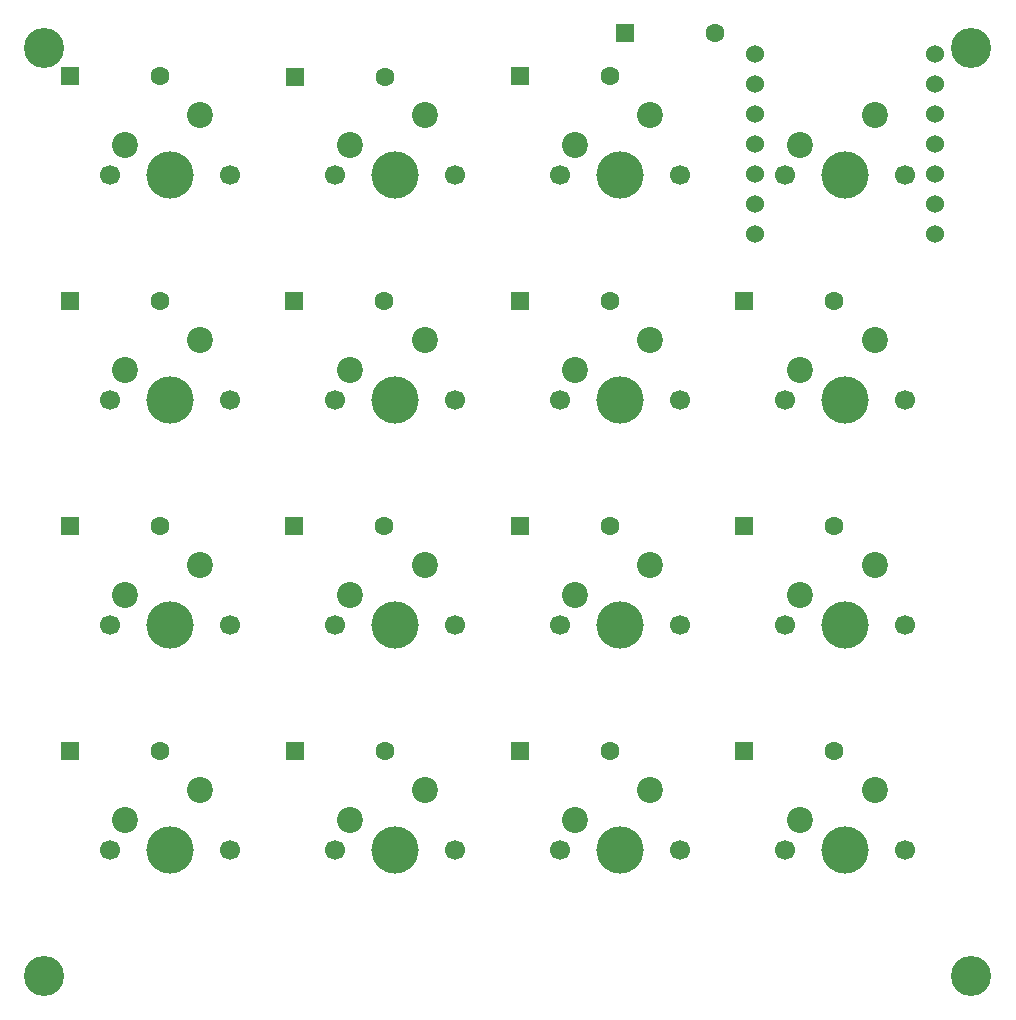
<source format=gbr>
%TF.GenerationSoftware,KiCad,Pcbnew,9.0.2*%
%TF.CreationDate,2025-06-30T11:30:22+02:00*%
%TF.ProjectId,HackPad,4861636b-5061-4642-9e6b-696361645f70,rev?*%
%TF.SameCoordinates,Original*%
%TF.FileFunction,Soldermask,Top*%
%TF.FilePolarity,Negative*%
%FSLAX46Y46*%
G04 Gerber Fmt 4.6, Leading zero omitted, Abs format (unit mm)*
G04 Created by KiCad (PCBNEW 9.0.2) date 2025-06-30 11:30:22*
%MOMM*%
%LPD*%
G01*
G04 APERTURE LIST*
G04 Aperture macros list*
%AMRoundRect*
0 Rectangle with rounded corners*
0 $1 Rounding radius*
0 $2 $3 $4 $5 $6 $7 $8 $9 X,Y pos of 4 corners*
0 Add a 4 corners polygon primitive as box body*
4,1,4,$2,$3,$4,$5,$6,$7,$8,$9,$2,$3,0*
0 Add four circle primitives for the rounded corners*
1,1,$1+$1,$2,$3*
1,1,$1+$1,$4,$5*
1,1,$1+$1,$6,$7*
1,1,$1+$1,$8,$9*
0 Add four rect primitives between the rounded corners*
20,1,$1+$1,$2,$3,$4,$5,0*
20,1,$1+$1,$4,$5,$6,$7,0*
20,1,$1+$1,$6,$7,$8,$9,0*
20,1,$1+$1,$8,$9,$2,$3,0*%
G04 Aperture macros list end*
%ADD10C,1.700000*%
%ADD11C,4.000000*%
%ADD12C,2.200000*%
%ADD13C,3.400000*%
%ADD14RoundRect,0.250000X-0.550000X-0.550000X0.550000X-0.550000X0.550000X0.550000X-0.550000X0.550000X0*%
%ADD15C,1.600000*%
%ADD16C,1.524000*%
G04 APERTURE END LIST*
D10*
%TO.C,SW6*%
X52070000Y-50006200D03*
D11*
X57150000Y-50006200D03*
D10*
X62230000Y-50006200D03*
D12*
X59690000Y-44926200D03*
X53340000Y-47466200D03*
%TD*%
D10*
%TO.C,SW13*%
X33020000Y-88106200D03*
D11*
X38100000Y-88106200D03*
D10*
X43180000Y-88106200D03*
D12*
X40640000Y-83026200D03*
X34290000Y-85566200D03*
%TD*%
D10*
%TO.C,SW8*%
X90170000Y-50006200D03*
D11*
X95250000Y-50006200D03*
D10*
X100330000Y-50006200D03*
D12*
X97790000Y-44926200D03*
X91440000Y-47466200D03*
%TD*%
D13*
%TO.C,H1*%
X105925000Y-98781200D03*
%TD*%
D10*
%TO.C,SW9*%
X33020000Y-69056200D03*
D11*
X38100000Y-69056200D03*
D10*
X43180000Y-69056200D03*
D12*
X40640000Y-63976200D03*
X34290000Y-66516200D03*
%TD*%
D10*
%TO.C,SW12*%
X90170000Y-69056200D03*
D11*
X95250000Y-69056200D03*
D10*
X100330000Y-69056200D03*
D12*
X97790000Y-63976200D03*
X91440000Y-66516200D03*
%TD*%
D10*
%TO.C,SW1*%
X33020000Y-30956200D03*
D11*
X38100000Y-30956200D03*
D10*
X43180000Y-30956200D03*
D12*
X40640000Y-25876200D03*
X34290000Y-28416200D03*
%TD*%
D10*
%TO.C,SW4*%
X90170000Y-30956200D03*
D11*
X95250000Y-30956200D03*
D10*
X100330000Y-30956200D03*
D12*
X97790000Y-25876200D03*
X91440000Y-28416200D03*
%TD*%
D10*
%TO.C,SW3*%
X71120000Y-30956200D03*
D11*
X76200000Y-30956200D03*
D10*
X81280000Y-30956200D03*
D12*
X78740000Y-25876200D03*
X72390000Y-28416200D03*
%TD*%
D10*
%TO.C,SW15*%
X71120000Y-88106200D03*
D11*
X76200000Y-88106200D03*
D10*
X81280000Y-88106200D03*
D12*
X78740000Y-83026200D03*
X72390000Y-85566200D03*
%TD*%
D10*
%TO.C,SW16*%
X90170000Y-88106200D03*
D11*
X95250000Y-88106200D03*
D10*
X100330000Y-88106200D03*
D12*
X97790000Y-83026200D03*
X91440000Y-85566200D03*
%TD*%
D10*
%TO.C,SW2*%
X52070000Y-30956200D03*
D11*
X57150000Y-30956200D03*
D10*
X62230000Y-30956200D03*
D12*
X59690000Y-25876200D03*
X53340000Y-28416200D03*
%TD*%
D10*
%TO.C,SW14*%
X52070000Y-88106200D03*
D11*
X57150000Y-88106200D03*
D10*
X62230000Y-88106200D03*
D12*
X59690000Y-83026200D03*
X53340000Y-85566200D03*
%TD*%
D13*
%TO.C,H2*%
X27425000Y-98781200D03*
%TD*%
%TO.C,H4*%
X27425000Y-20281200D03*
%TD*%
D10*
%TO.C,SW7*%
X71120000Y-50006200D03*
D11*
X76200000Y-50006200D03*
D10*
X81280000Y-50006200D03*
D12*
X78740000Y-44926200D03*
X72390000Y-47466200D03*
%TD*%
D10*
%TO.C,SW5*%
X33020000Y-50006200D03*
D11*
X38100000Y-50006200D03*
D10*
X43180000Y-50006200D03*
D12*
X40640000Y-44926200D03*
X34290000Y-47466200D03*
%TD*%
D13*
%TO.C,H3*%
X105925000Y-20281200D03*
%TD*%
D10*
%TO.C,SW11*%
X71120000Y-69056200D03*
D11*
X76200000Y-69056200D03*
D10*
X81280000Y-69056200D03*
D12*
X78740000Y-63976200D03*
X72390000Y-66516200D03*
%TD*%
D10*
%TO.C,SW10*%
X52070000Y-69056200D03*
D11*
X57150000Y-69056200D03*
D10*
X62230000Y-69056200D03*
D12*
X59690000Y-63976200D03*
X53340000Y-66516200D03*
%TD*%
D14*
%TO.C,D21*%
X86680000Y-60700000D03*
D15*
X94300000Y-60700000D03*
%TD*%
D14*
%TO.C,D19*%
X48690000Y-79800000D03*
D15*
X56310000Y-79800000D03*
%TD*%
D14*
%TO.C,D29*%
X76590000Y-19000000D03*
D15*
X84210000Y-19000000D03*
%TD*%
D16*
%TO.C,U1*%
X102865000Y-20791200D03*
X102865000Y-23331200D03*
X102865000Y-25871200D03*
X102865000Y-28411200D03*
X102865000Y-30951200D03*
X102865000Y-33491200D03*
X102865000Y-36031200D03*
X87625000Y-36031200D03*
X87625000Y-33491200D03*
X87625000Y-30951200D03*
X87625000Y-28411200D03*
X87625000Y-25871200D03*
X87625000Y-23331200D03*
X87625000Y-20791200D03*
%TD*%
D14*
%TO.C,D18*%
X67680000Y-79800000D03*
D15*
X75300000Y-79800000D03*
%TD*%
D14*
%TO.C,D20*%
X29590000Y-79800000D03*
D15*
X37210000Y-79800000D03*
%TD*%
D14*
%TO.C,D24*%
X29600000Y-60700000D03*
D15*
X37220000Y-60700000D03*
%TD*%
D14*
%TO.C,D30*%
X67690000Y-22600000D03*
D15*
X75310000Y-22600000D03*
%TD*%
D14*
%TO.C,D25*%
X86690000Y-41700000D03*
D15*
X94310000Y-41700000D03*
%TD*%
D14*
%TO.C,D31*%
X48690000Y-22700000D03*
D15*
X56310000Y-22700000D03*
%TD*%
D14*
%TO.C,D28*%
X29590000Y-41700000D03*
D15*
X37210000Y-41700000D03*
%TD*%
D14*
%TO.C,D23*%
X48590000Y-60700000D03*
D15*
X56210000Y-60700000D03*
%TD*%
D14*
%TO.C,D26*%
X67690000Y-41700000D03*
D15*
X75310000Y-41700000D03*
%TD*%
D14*
%TO.C,D17*%
X86680000Y-79800000D03*
D15*
X94300000Y-79800000D03*
%TD*%
D14*
%TO.C,D27*%
X48590000Y-41700000D03*
D15*
X56210000Y-41700000D03*
%TD*%
D14*
%TO.C,D22*%
X67690000Y-60700000D03*
D15*
X75310000Y-60700000D03*
%TD*%
D14*
%TO.C,D32*%
X29590000Y-22600000D03*
D15*
X37210000Y-22600000D03*
%TD*%
M02*

</source>
